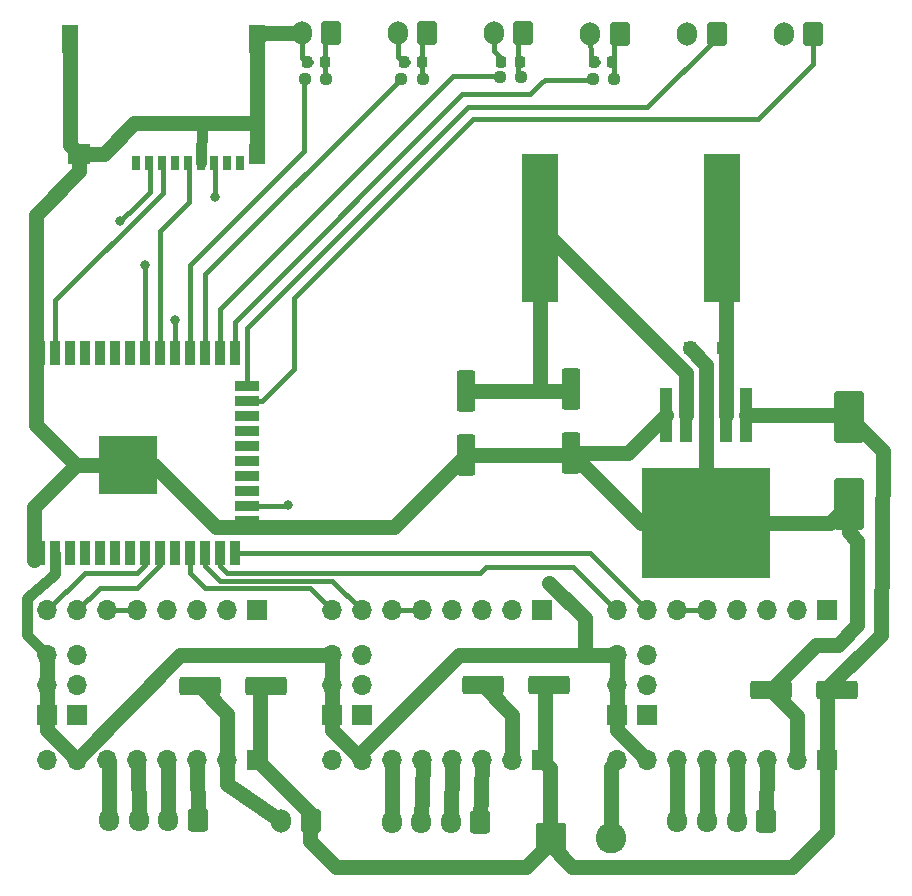
<source format=gbr>
%TF.GenerationSoftware,KiCad,Pcbnew,9.0.0*%
%TF.CreationDate,2025-04-21T14:47:56+01:00*%
%TF.ProjectId,ESP32_Cnc_Shield,45535033-325f-4436-9e63-5f536869656c,rev?*%
%TF.SameCoordinates,Original*%
%TF.FileFunction,Copper,L1,Top*%
%TF.FilePolarity,Positive*%
%FSLAX46Y46*%
G04 Gerber Fmt 4.6, Leading zero omitted, Abs format (unit mm)*
G04 Created by KiCad (PCBNEW 9.0.0) date 2025-04-21 14:47:56*
%MOMM*%
%LPD*%
G01*
G04 APERTURE LIST*
G04 Aperture macros list*
%AMRoundRect*
0 Rectangle with rounded corners*
0 $1 Rounding radius*
0 $2 $3 $4 $5 $6 $7 $8 $9 X,Y pos of 4 corners*
0 Add a 4 corners polygon primitive as box body*
4,1,4,$2,$3,$4,$5,$6,$7,$8,$9,$2,$3,0*
0 Add four circle primitives for the rounded corners*
1,1,$1+$1,$2,$3*
1,1,$1+$1,$4,$5*
1,1,$1+$1,$6,$7*
1,1,$1+$1,$8,$9*
0 Add four rect primitives between the rounded corners*
20,1,$1+$1,$2,$3,$4,$5,0*
20,1,$1+$1,$4,$5,$6,$7,0*
20,1,$1+$1,$6,$7,$8,$9,0*
20,1,$1+$1,$8,$9,$2,$3,0*%
G04 Aperture macros list end*
%TA.AperFunction,ComponentPad*%
%ADD10R,1.700000X1.700000*%
%TD*%
%TA.AperFunction,ComponentPad*%
%ADD11O,1.700000X1.700000*%
%TD*%
%TA.AperFunction,SMDPad,CuDef*%
%ADD12RoundRect,0.250000X1.500000X0.550000X-1.500000X0.550000X-1.500000X-0.550000X1.500000X-0.550000X0*%
%TD*%
%TA.AperFunction,SMDPad,CuDef*%
%ADD13RoundRect,0.250000X-0.550000X1.500000X-0.550000X-1.500000X0.550000X-1.500000X0.550000X1.500000X0*%
%TD*%
%TA.AperFunction,ComponentPad*%
%ADD14RoundRect,0.250000X0.600000X0.725000X-0.600000X0.725000X-0.600000X-0.725000X0.600000X-0.725000X0*%
%TD*%
%TA.AperFunction,ComponentPad*%
%ADD15O,1.700000X1.950000*%
%TD*%
%TA.AperFunction,ComponentPad*%
%ADD16RoundRect,0.250000X0.600000X0.750000X-0.600000X0.750000X-0.600000X-0.750000X0.600000X-0.750000X0*%
%TD*%
%TA.AperFunction,ComponentPad*%
%ADD17O,1.700000X2.000000*%
%TD*%
%TA.AperFunction,SMDPad,CuDef*%
%ADD18R,0.900000X2.000000*%
%TD*%
%TA.AperFunction,SMDPad,CuDef*%
%ADD19R,2.000000X0.900000*%
%TD*%
%TA.AperFunction,SMDPad,CuDef*%
%ADD20R,5.000000X5.000000*%
%TD*%
%TA.AperFunction,SMDPad,CuDef*%
%ADD21R,0.700000X1.300000*%
%TD*%
%TA.AperFunction,SMDPad,CuDef*%
%ADD22R,1.447800X1.651000*%
%TD*%
%TA.AperFunction,SMDPad,CuDef*%
%ADD23R,1.447800X2.438400*%
%TD*%
%TA.AperFunction,SMDPad,CuDef*%
%ADD24R,1.854200X1.651000*%
%TD*%
%TA.AperFunction,SMDPad,CuDef*%
%ADD25RoundRect,0.237500X-0.250000X-0.237500X0.250000X-0.237500X0.250000X0.237500X-0.250000X0.237500X0*%
%TD*%
%TA.AperFunction,SMDPad,CuDef*%
%ADD26R,1.100000X4.600000*%
%TD*%
%TA.AperFunction,SMDPad,CuDef*%
%ADD27R,10.800000X9.400000*%
%TD*%
%TA.AperFunction,ComponentPad*%
%ADD28RoundRect,0.250000X-1.050000X-1.050000X1.050000X-1.050000X1.050000X1.050000X-1.050000X1.050000X0*%
%TD*%
%TA.AperFunction,ComponentPad*%
%ADD29C,2.600000*%
%TD*%
%TA.AperFunction,SMDPad,CuDef*%
%ADD30RoundRect,0.250000X-1.000000X1.950000X-1.000000X-1.950000X1.000000X-1.950000X1.000000X1.950000X0*%
%TD*%
%TA.AperFunction,SMDPad,CuDef*%
%ADD31R,3.150000X12.500000*%
%TD*%
%TA.AperFunction,SMDPad,CuDef*%
%ADD32RoundRect,0.225000X0.225000X0.250000X-0.225000X0.250000X-0.225000X-0.250000X0.225000X-0.250000X0*%
%TD*%
%TA.AperFunction,SMDPad,CuDef*%
%ADD33R,1.100000X1.100000*%
%TD*%
%TA.AperFunction,ViaPad*%
%ADD34C,0.800000*%
%TD*%
%TA.AperFunction,Conductor*%
%ADD35C,1.270000*%
%TD*%
%TA.AperFunction,Conductor*%
%ADD36C,0.400000*%
%TD*%
%TA.AperFunction,Conductor*%
%ADD37C,0.900000*%
%TD*%
G04 APERTURE END LIST*
D10*
%TO.P,J11,1,Pin_1*%
%TO.N,Net-(J11-Pin_1)*%
X103505000Y-136510000D03*
D11*
%TO.P,J11,2,Pin_2*%
%TO.N,Net-(J11-Pin_2)*%
X103505000Y-133970000D03*
%TO.P,J11,3,Pin_3*%
%TO.N,Net-(J11-Pin_3)*%
X103505000Y-131430000D03*
%TD*%
D12*
%TO.P,C6,1*%
%TO.N,VMOT*%
X119600000Y-134370000D03*
%TO.P,C6,2*%
%TO.N,GND*%
X114000000Y-134370000D03*
%TD*%
D13*
%TO.P,C2,1*%
%TO.N,3.3V*%
X97050000Y-108890000D03*
%TO.P,C2,2*%
%TO.N,GND*%
X97050000Y-114290000D03*
%TD*%
D14*
%TO.P,J17,1,Pin_1*%
%TO.N,Net-(J15-Pin_3)*%
X89360000Y-145530000D03*
D15*
%TO.P,J17,2,Pin_2*%
%TO.N,Net-(J15-Pin_4)*%
X86860000Y-145530000D03*
%TO.P,J17,3,Pin_3*%
%TO.N,Net-(J15-Pin_5)*%
X84360000Y-145530000D03*
%TO.P,J17,4,Pin_4*%
%TO.N,Net-(J15-Pin_6)*%
X81860000Y-145530000D03*
%TD*%
D12*
%TO.P,C4,1*%
%TO.N,VMOT*%
X71200000Y-134020000D03*
%TO.P,C4,2*%
%TO.N,GND*%
X65600000Y-134020000D03*
%TD*%
D16*
%TO.P,J2,1,Pin_1*%
%TO.N,VMOT*%
X74990000Y-145490000D03*
D17*
%TO.P,J2,2,Pin_2*%
%TO.N,GND*%
X72490000Y-145490000D03*
%TD*%
D18*
%TO.P,U1,1,GND*%
%TO.N,GND*%
X52070000Y-122800000D03*
%TO.P,U1,2,VDD*%
%TO.N,3.3V*%
X53340000Y-122800000D03*
%TO.P,U1,3,EN*%
%TO.N,unconnected-(U1-EN-Pad3)*%
X54610000Y-122800000D03*
%TO.P,U1,4,SENSOR_VP*%
%TO.N,unconnected-(U1-SENSOR_VP-Pad4)*%
X55880000Y-122800000D03*
%TO.P,U1,5,SENSOR_VN*%
%TO.N,unconnected-(U1-SENSOR_VN-Pad5)*%
X57150000Y-122800000D03*
%TO.P,U1,6,IO34*%
%TO.N,unconnected-(U1-IO34-Pad6)*%
X58420000Y-122800000D03*
%TO.P,U1,7,IO35*%
%TO.N,unconnected-(U1-IO35-Pad7)*%
X59690000Y-122800000D03*
%TO.P,U1,8,IO32*%
%TO.N,XDIR*%
X60960000Y-122800000D03*
%TO.P,U1,9,IO33*%
%TO.N,XSTEP*%
X62230000Y-122800000D03*
%TO.P,U1,10,IO25*%
%TO.N,unconnected-(U1-IO25-Pad10)*%
X63500000Y-122800000D03*
%TO.P,U1,11,IO26*%
%TO.N,YDIR*%
X64770000Y-122800000D03*
%TO.P,U1,12,IO27*%
%TO.N,YSTEP*%
X66040000Y-122800000D03*
%TO.P,U1,13,IO14*%
%TO.N,ZDIR*%
X67310000Y-122800000D03*
%TO.P,U1,14,IO12*%
%TO.N,ZSTEP*%
X68580000Y-122800000D03*
D19*
%TO.P,U1,15,GND*%
%TO.N,GND*%
X69580000Y-120015000D03*
%TO.P,U1,16,IO13*%
%TO.N,Step_Enable*%
X69580000Y-118745000D03*
%TO.P,U1,17,SHD/SD2*%
%TO.N,unconnected-(U1-SHD{slash}SD2-Pad17)*%
X69580000Y-117475000D03*
%TO.P,U1,18,SWP/SD3*%
%TO.N,unconnected-(U1-SWP{slash}SD3-Pad18)*%
X69580000Y-116205000D03*
%TO.P,U1,19,SCS/CMD*%
%TO.N,unconnected-(U1-SCS{slash}CMD-Pad19)*%
X69580000Y-114935000D03*
%TO.P,U1,20,SCK/CLK*%
%TO.N,unconnected-(U1-SCK{slash}CLK-Pad20)*%
X69580000Y-113665000D03*
%TO.P,U1,21,SDO/SD0*%
%TO.N,unconnected-(U1-SDO{slash}SD0-Pad21)*%
X69580000Y-112395000D03*
%TO.P,U1,22,SDI/SD1*%
%TO.N,unconnected-(U1-SDI{slash}SD1-Pad22)*%
X69580000Y-111125000D03*
%TO.P,U1,23,IO15*%
%TO.N,MIST*%
X69580000Y-109855000D03*
%TO.P,U1,24,IO2*%
%TO.N,Spindle-Out*%
X69580000Y-108585000D03*
D18*
%TO.P,U1,25,IO0*%
%TO.N,ZLIM*%
X68580000Y-105800000D03*
%TO.P,U1,26,IO4*%
%TO.N,YLIM*%
X67310000Y-105800000D03*
%TO.P,U1,27,IO16*%
%TO.N,XLIM*%
X66040000Y-105800000D03*
%TO.P,U1,28,IO17*%
%TO.N,PROBE*%
X64770000Y-105800000D03*
%TO.P,U1,29,IO5*%
%TO.N,CS*%
X63500000Y-105800000D03*
%TO.P,U1,30,IO18*%
%TO.N,SCK*%
X62230000Y-105800000D03*
%TO.P,U1,31,IO19*%
%TO.N,MISO*%
X60960000Y-105800000D03*
%TO.P,U1,32,NC*%
%TO.N,unconnected-(U1-NC-Pad32)*%
X59690000Y-105800000D03*
%TO.P,U1,33,IO21*%
%TO.N,unconnected-(U1-IO21-Pad33)*%
X58420000Y-105800000D03*
%TO.P,U1,34,RXD0/IO3*%
%TO.N,unconnected-(U1-RXD0{slash}IO3-Pad34)*%
X57150000Y-105800000D03*
%TO.P,U1,35,TXD0/IO1*%
%TO.N,unconnected-(U1-TXD0{slash}IO1-Pad35)*%
X55880000Y-105800000D03*
%TO.P,U1,36,IO22*%
%TO.N,unconnected-(U1-IO22-Pad36)*%
X54610000Y-105800000D03*
%TO.P,U1,37,IO23*%
%TO.N,MOSI*%
X53340000Y-105800000D03*
%TO.P,U1,38,GND*%
%TO.N,GND*%
X52070000Y-105800000D03*
D20*
%TO.P,U1,39,GND*%
X59570000Y-115300000D03*
%TD*%
D21*
%TO.P,MICRO_SD1,1,DAT2*%
%TO.N,unconnected-(MICRO_SD1-DAT2-Pad1)*%
X60250200Y-89743800D03*
%TO.P,MICRO_SD1,2,CD/DAT3*%
%TO.N,CS*%
X61350200Y-89743800D03*
%TO.P,MICRO_SD1,3,CMD*%
%TO.N,MOSI*%
X62450200Y-89743800D03*
%TO.P,MICRO_SD1,4,VDD*%
%TO.N,+3V3*%
X63550200Y-89743800D03*
%TO.P,MICRO_SD1,5,CLK*%
%TO.N,SCK*%
X64650200Y-89743800D03*
%TO.P,MICRO_SD1,6,VSS*%
%TO.N,GND*%
X65750200Y-89743800D03*
%TO.P,MICRO_SD1,7,DAT0*%
%TO.N,MISO*%
X66850200Y-89743800D03*
%TO.P,MICRO_SD1,8,DAT1*%
%TO.N,unconnected-(MICRO_SD1-DAT1-Pad8)*%
X67950200Y-89743800D03*
%TO.P,MICRO_SD1,CD1,CD*%
%TO.N,unconnected-(MICRO_SD1-CD-PadCD1)*%
X69050200Y-89743800D03*
D22*
%TO.P,MICRO_SD1,MP1,SHIELD*%
%TO.N,GND*%
X70468600Y-88970000D03*
D23*
%TO.P,MICRO_SD1,MP2,SHIELD*%
X70468600Y-79270000D03*
%TO.P,MICRO_SD1,MP3,SHIELD*%
X54643800Y-79270000D03*
D24*
%TO.P,MICRO_SD1,MP4,SHIELD*%
X55418800Y-88970000D03*
%TD*%
D10*
%TO.P,J13,1,Pin_1*%
%TO.N,Step_Enable*%
X118745000Y-127620000D03*
D11*
%TO.P,J13,2,Pin_2*%
%TO.N,Net-(J11-Pin_1)*%
X116205000Y-127620000D03*
%TO.P,J13,3,Pin_3*%
%TO.N,Net-(J11-Pin_2)*%
X113665000Y-127620000D03*
%TO.P,J13,4,Pin_4*%
%TO.N,Net-(J11-Pin_3)*%
X111125000Y-127620000D03*
%TO.P,J13,5,Pin_5*%
%TO.N,Net-(J13-Pin_5)*%
X108585000Y-127620000D03*
%TO.P,J13,6,Pin_6*%
X106045000Y-127620000D03*
%TO.P,J13,7,Pin_7*%
%TO.N,ZSTEP*%
X103505000Y-127620000D03*
%TO.P,J13,8,Pin_8*%
%TO.N,ZDIR*%
X100965000Y-127620000D03*
%TD*%
D25*
%TO.P,R11,1*%
%TO.N,YLIM*%
X91000000Y-82480000D03*
%TO.P,R11,2*%
%TO.N,Net-(J19-Pin_1)*%
X92825000Y-82480000D03*
%TD*%
D10*
%TO.P,J10,1,Pin_1*%
%TO.N,3.3V*%
X100965000Y-136510000D03*
D11*
%TO.P,J10,2,Pin_2*%
X100965000Y-133970000D03*
%TO.P,J10,3,Pin_3*%
X100965000Y-131430000D03*
%TD*%
D10*
%TO.P,J4,1,Pin_1*%
%TO.N,Step_Enable*%
X70485000Y-127620000D03*
D11*
%TO.P,J4,2,Pin_2*%
%TO.N,Net-(J4-Pin_2)*%
X67945000Y-127620000D03*
%TO.P,J4,3,Pin_3*%
%TO.N,Net-(J4-Pin_3)*%
X65405000Y-127620000D03*
%TO.P,J4,4,Pin_4*%
%TO.N,Net-(J4-Pin_4)*%
X62865000Y-127620000D03*
%TO.P,J4,5,Pin_5*%
%TO.N,Net-(J4-Pin_5)*%
X60325000Y-127620000D03*
%TO.P,J4,6,Pin_6*%
X57785000Y-127620000D03*
%TO.P,J4,7,Pin_7*%
%TO.N,XSTEP*%
X55245000Y-127620000D03*
%TO.P,J4,8,Pin_8*%
%TO.N,XDIR*%
X52705000Y-127620000D03*
%TD*%
D14*
%TO.P,J16,1,Pin_1*%
%TO.N,Net-(J14-Pin_3)*%
X113560000Y-145450000D03*
D15*
%TO.P,J16,2,Pin_2*%
%TO.N,Net-(J14-Pin_4)*%
X111060000Y-145450000D03*
%TO.P,J16,3,Pin_3*%
%TO.N,Net-(J14-Pin_5)*%
X108560000Y-145450000D03*
%TO.P,J16,4,Pin_4*%
%TO.N,Net-(J14-Pin_6)*%
X106060000Y-145450000D03*
%TD*%
D26*
%TO.P,U2,1,VIN*%
%TO.N,VMOT*%
X111880000Y-111075000D03*
%TO.P,U2,2,OUT*%
%TO.N,Net-(D1-K)*%
X110180000Y-111075000D03*
%TO.P,U2,3,GND*%
%TO.N,GND*%
X108480000Y-111075000D03*
D27*
X108480000Y-120225000D03*
D26*
%TO.P,U2,4,FB*%
%TO.N,3.3V*%
X106780000Y-111075000D03*
%TO.P,U2,5,~{ON}/OFF*%
%TO.N,GND*%
X105080000Y-111075000D03*
%TD*%
D10*
%TO.P,J15,1,Pin_1*%
%TO.N,VMOT*%
X94615000Y-140320000D03*
D11*
%TO.P,J15,2,Pin_2*%
%TO.N,GND*%
X92075000Y-140320000D03*
%TO.P,J15,3,Pin_3*%
%TO.N,Net-(J15-Pin_3)*%
X89535000Y-140320000D03*
%TO.P,J15,4,Pin_4*%
%TO.N,Net-(J15-Pin_4)*%
X86995000Y-140320000D03*
%TO.P,J15,5,Pin_5*%
%TO.N,Net-(J15-Pin_5)*%
X84455000Y-140320000D03*
%TO.P,J15,6,Pin_6*%
%TO.N,Net-(J15-Pin_6)*%
X81915000Y-140320000D03*
%TO.P,J15,7,Pin_7*%
%TO.N,3.3V*%
X79375000Y-140320000D03*
%TO.P,J15,8,Pin_8*%
%TO.N,GND*%
X76835000Y-140320000D03*
%TD*%
D10*
%TO.P,J12,1,Pin_1*%
%TO.N,Step_Enable*%
X94615000Y-127620000D03*
D11*
%TO.P,J12,2,Pin_2*%
%TO.N,Net-(J12-Pin_2)*%
X92075000Y-127620000D03*
%TO.P,J12,3,Pin_3*%
%TO.N,Net-(J12-Pin_3)*%
X89535000Y-127620000D03*
%TO.P,J12,4,Pin_4*%
%TO.N,Net-(J12-Pin_4)*%
X86995000Y-127620000D03*
%TO.P,J12,5,Pin_5*%
%TO.N,Net-(J12-Pin_5)*%
X84455000Y-127620000D03*
%TO.P,J12,6,Pin_6*%
X81915000Y-127620000D03*
%TO.P,J12,7,Pin_7*%
%TO.N,YSTEP*%
X79375000Y-127620000D03*
%TO.P,J12,8,Pin_8*%
%TO.N,YDIR*%
X76835000Y-127620000D03*
%TD*%
D28*
%TO.P,J1,1,Pin_1*%
%TO.N,VMOT*%
X95315000Y-146912500D03*
D29*
%TO.P,J1,2,Pin_2*%
%TO.N,GND*%
X100395000Y-146912500D03*
%TD*%
D25*
%TO.P,R13,1*%
%TO.N,PROBE*%
X74487500Y-82620000D03*
%TO.P,R13,2*%
%TO.N,Net-(J21-Pin_1)*%
X76312500Y-82620000D03*
%TD*%
D16*
%TO.P,J21,1,Pin_1*%
%TO.N,Net-(J21-Pin_1)*%
X76750000Y-78750000D03*
D17*
%TO.P,J21,2,Pin_2*%
%TO.N,GND*%
X74250000Y-78750000D03*
%TD*%
D12*
%TO.P,C5,1*%
%TO.N,VMOT*%
X95210000Y-133980000D03*
%TO.P,C5,2*%
%TO.N,GND*%
X89610000Y-133980000D03*
%TD*%
D30*
%TO.P,C1,1*%
%TO.N,VMOT*%
X120545000Y-111245000D03*
%TO.P,C1,2*%
%TO.N,GND*%
X120545000Y-118645000D03*
%TD*%
D14*
%TO.P,J6,1,Pin_1*%
%TO.N,Net-(J5-Pin_3)*%
X65450000Y-145410000D03*
D15*
%TO.P,J6,2,Pin_2*%
%TO.N,Net-(J5-Pin_4)*%
X62950000Y-145410000D03*
%TO.P,J6,3,Pin_3*%
%TO.N,Net-(J5-Pin_5)*%
X60450000Y-145410000D03*
%TO.P,J6,4,Pin_4*%
%TO.N,Net-(J5-Pin_6)*%
X57950000Y-145410000D03*
%TD*%
D16*
%TO.P,J20,1,Pin_1*%
%TO.N,Net-(J20-Pin_1)*%
X101175000Y-78800000D03*
D17*
%TO.P,J20,2,Pin_2*%
%TO.N,GND*%
X98675000Y-78800000D03*
%TD*%
D31*
%TO.P,L1,1,1*%
%TO.N,Net-(D1-K)*%
X109805000Y-95260000D03*
%TO.P,L1,2,2*%
%TO.N,3.3V*%
X94455000Y-95260000D03*
%TD*%
D10*
%TO.P,J3,1,Pin_1*%
%TO.N,3.3V*%
X52705000Y-136510000D03*
D11*
%TO.P,J3,2,Pin_2*%
X52705000Y-133970000D03*
%TO.P,J3,3,Pin_3*%
X52705000Y-131430000D03*
%TD*%
D16*
%TO.P,J24,1,Pin_1*%
%TO.N,Spindle-Out*%
X109380000Y-78790000D03*
D17*
%TO.P,J24,2,Pin_2*%
%TO.N,GND*%
X106880000Y-78790000D03*
%TD*%
D32*
%TO.P,C7,1*%
%TO.N,Net-(J18-Pin_1)*%
X84462500Y-81210000D03*
%TO.P,C7,2*%
%TO.N,GND*%
X82912500Y-81210000D03*
%TD*%
D13*
%TO.P,C3,1*%
%TO.N,3.3V*%
X88160000Y-109070000D03*
%TO.P,C3,2*%
%TO.N,GND*%
X88160000Y-114470000D03*
%TD*%
D10*
%TO.P,J9,1,Pin_1*%
%TO.N,Net-(J12-Pin_2)*%
X79375000Y-136510000D03*
D11*
%TO.P,J9,2,Pin_2*%
%TO.N,Net-(J12-Pin_3)*%
X79375000Y-133970000D03*
%TO.P,J9,3,Pin_3*%
%TO.N,Net-(J12-Pin_4)*%
X79375000Y-131430000D03*
%TD*%
D32*
%TO.P,C9,1*%
%TO.N,Net-(J20-Pin_1)*%
X100552500Y-81230000D03*
%TO.P,C9,2*%
%TO.N,GND*%
X99002500Y-81230000D03*
%TD*%
%TO.P,C10,1*%
%TO.N,Net-(J21-Pin_1)*%
X76207500Y-81200000D03*
%TO.P,C10,2*%
%TO.N,GND*%
X74657500Y-81200000D03*
%TD*%
D16*
%TO.P,J18,1,Pin_1*%
%TO.N,Net-(J18-Pin_1)*%
X84877500Y-78760000D03*
D17*
%TO.P,J18,2,Pin_2*%
%TO.N,GND*%
X82377500Y-78760000D03*
%TD*%
D25*
%TO.P,R10,1*%
%TO.N,XLIM*%
X82667500Y-82650000D03*
%TO.P,R10,2*%
%TO.N,Net-(J18-Pin_1)*%
X84492500Y-82650000D03*
%TD*%
D32*
%TO.P,C8,1*%
%TO.N,Net-(J19-Pin_1)*%
X92705000Y-81170000D03*
%TO.P,C8,2*%
%TO.N,GND*%
X91155000Y-81170000D03*
%TD*%
D10*
%TO.P,J5,1,Pin_1*%
%TO.N,VMOT*%
X70485000Y-140320000D03*
D11*
%TO.P,J5,2,Pin_2*%
%TO.N,GND*%
X67945000Y-140320000D03*
%TO.P,J5,3,Pin_3*%
%TO.N,Net-(J5-Pin_3)*%
X65405000Y-140320000D03*
%TO.P,J5,4,Pin_4*%
%TO.N,Net-(J5-Pin_4)*%
X62865000Y-140320000D03*
%TO.P,J5,5,Pin_5*%
%TO.N,Net-(J5-Pin_5)*%
X60325000Y-140320000D03*
%TO.P,J5,6,Pin_6*%
%TO.N,Net-(J5-Pin_6)*%
X57785000Y-140320000D03*
%TO.P,J5,7,Pin_7*%
%TO.N,3.3V*%
X55245000Y-140320000D03*
%TO.P,J5,8,Pin_8*%
%TO.N,GND*%
X52705000Y-140320000D03*
%TD*%
D33*
%TO.P,D1,1,K*%
%TO.N,Net-(D1-K)*%
X109880000Y-105420000D03*
%TO.P,D1,2,A*%
%TO.N,GND*%
X107080000Y-105420000D03*
%TD*%
D10*
%TO.P,J14,1,Pin_1*%
%TO.N,VMOT*%
X118745000Y-140320000D03*
D11*
%TO.P,J14,2,Pin_2*%
%TO.N,GND*%
X116205000Y-140320000D03*
%TO.P,J14,3,Pin_3*%
%TO.N,Net-(J14-Pin_3)*%
X113665000Y-140320000D03*
%TO.P,J14,4,Pin_4*%
%TO.N,Net-(J14-Pin_4)*%
X111125000Y-140320000D03*
%TO.P,J14,5,Pin_5*%
%TO.N,Net-(J14-Pin_5)*%
X108585000Y-140320000D03*
%TO.P,J14,6,Pin_6*%
%TO.N,Net-(J14-Pin_6)*%
X106045000Y-140320000D03*
%TO.P,J14,7,Pin_7*%
%TO.N,3.3V*%
X103505000Y-140320000D03*
%TO.P,J14,8,Pin_8*%
%TO.N,GND*%
X100965000Y-140320000D03*
%TD*%
D10*
%TO.P,J8,1,Pin_1*%
%TO.N,3.3V*%
X76835000Y-136510000D03*
D11*
%TO.P,J8,2,Pin_2*%
X76835000Y-133970000D03*
%TO.P,J8,3,Pin_3*%
X76835000Y-131430000D03*
%TD*%
D25*
%TO.P,R12,1*%
%TO.N,ZLIM*%
X98877500Y-82610000D03*
%TO.P,R12,2*%
%TO.N,Net-(J20-Pin_1)*%
X100702500Y-82610000D03*
%TD*%
D16*
%TO.P,J25,1,Pin_1*%
%TO.N,MIST*%
X117550000Y-78810000D03*
D17*
%TO.P,J25,2,Pin_2*%
%TO.N,GND*%
X115050000Y-78810000D03*
%TD*%
D16*
%TO.P,J19,1,Pin_1*%
%TO.N,Net-(J19-Pin_1)*%
X93002500Y-78770000D03*
D17*
%TO.P,J19,2,Pin_2*%
%TO.N,GND*%
X90502500Y-78770000D03*
%TD*%
D10*
%TO.P,J7,1,Pin_1*%
%TO.N,Net-(J4-Pin_2)*%
X55245000Y-136510000D03*
D11*
%TO.P,J7,2,Pin_2*%
%TO.N,Net-(J4-Pin_3)*%
X55245000Y-133970000D03*
%TO.P,J7,3,Pin_3*%
%TO.N,Net-(J4-Pin_4)*%
X55245000Y-131430000D03*
%TD*%
D34*
%TO.N,3.3V*%
X94498444Y-108721556D03*
X95220000Y-125280000D03*
%TO.N,Step_Enable*%
X73120000Y-118720000D03*
%TO.N,CS*%
X58830000Y-94690000D03*
X63480000Y-103060000D03*
%TO.N,MISO*%
X60960000Y-98420000D03*
X66870200Y-92602956D03*
%TD*%
D35*
%TO.N,VMOT*%
X74940000Y-146840000D02*
X74940000Y-147130000D01*
X93206000Y-149364000D02*
X95250000Y-147320000D01*
X70745000Y-140060000D02*
X70485000Y-140320000D01*
X95315000Y-147475000D02*
X97170000Y-149330000D01*
X95315000Y-146912500D02*
X95315000Y-147475000D01*
X97170000Y-149330000D02*
X115780000Y-149330000D01*
X120375000Y-111075000D02*
X120545000Y-111245000D01*
X77174000Y-149364000D02*
X93206000Y-149364000D01*
X95250000Y-140955000D02*
X94615000Y-140320000D01*
X123450000Y-114150000D02*
X120545000Y-111245000D01*
X111880000Y-111075000D02*
X120375000Y-111075000D01*
X115780000Y-149330000D02*
X118745000Y-146365000D01*
X123290000Y-129685000D02*
X123450000Y-114150000D01*
X118745000Y-146365000D02*
X118745000Y-140320000D01*
X118745000Y-134230000D02*
X123290000Y-129685000D01*
X74940000Y-146840000D02*
X74940000Y-144775000D01*
X74940000Y-144775000D02*
X70485000Y-140320000D01*
X94875000Y-133970000D02*
X94875000Y-140060000D01*
X74940000Y-147130000D02*
X77174000Y-149364000D01*
X94875000Y-140060000D02*
X94615000Y-140320000D01*
X95250000Y-147320000D02*
X95250000Y-140955000D01*
X70745000Y-133970000D02*
X70745000Y-140060000D01*
X118745000Y-140320000D02*
X118745000Y-134230000D01*
%TO.N,GND*%
X100395000Y-140890000D02*
X100965000Y-140320000D01*
X67000000Y-120560000D02*
X82070000Y-120560000D01*
X88160000Y-114470000D02*
X96870000Y-114470000D01*
X51560000Y-118870000D02*
X51560000Y-123370000D01*
X92075000Y-140320000D02*
X92075000Y-136445000D01*
D36*
X74300000Y-80850000D02*
X74670000Y-81200000D01*
D35*
X55130000Y-115300000D02*
X51560000Y-118870000D01*
X55130000Y-115300000D02*
X51730000Y-111900000D01*
X51730000Y-111900000D02*
X51730000Y-94108800D01*
D36*
X90512500Y-80250000D02*
X91307500Y-81060000D01*
D35*
X67945000Y-136365000D02*
X65600000Y-134020000D01*
X92075000Y-136445000D02*
X89610000Y-133980000D01*
D36*
X74670000Y-81200000D02*
X75025000Y-81200000D01*
D35*
X55418800Y-88970000D02*
X57470000Y-88970000D01*
X70488600Y-79290000D02*
X70468600Y-79270000D01*
D37*
X65780000Y-86380000D02*
X65750200Y-89743800D01*
D35*
X70488600Y-86380000D02*
X70488600Y-79290000D01*
X108480000Y-111075000D02*
X108480000Y-120225000D01*
X61740000Y-115300000D02*
X67000000Y-120560000D01*
X108480000Y-106820000D02*
X107080000Y-105420000D01*
D36*
X82377500Y-78760000D02*
X82427500Y-80810000D01*
D35*
X108480000Y-120225000D02*
X118965000Y-120225000D01*
X117780000Y-130590000D02*
X119610000Y-130590000D01*
D36*
X90502500Y-78770000D02*
X90512500Y-80250000D01*
D35*
X102985000Y-120225000D02*
X108480000Y-120225000D01*
X121300000Y-121720000D02*
X120545000Y-120965000D01*
X70468600Y-88970000D02*
X70488600Y-88950000D01*
X67945000Y-142345000D02*
X72490000Y-145490000D01*
X74250000Y-78750000D02*
X70988600Y-78750000D01*
X100395000Y-146912500D02*
X100395000Y-140890000D01*
X101865000Y-114290000D02*
X105080000Y-111075000D01*
X108480000Y-111075000D02*
X108480000Y-106820000D01*
X82070000Y-120560000D02*
X88160000Y-114470000D01*
X96870000Y-114470000D02*
X97050000Y-114290000D01*
X121300000Y-128900000D02*
X121300000Y-121720000D01*
X60060000Y-86380000D02*
X65780000Y-86380000D01*
X51730000Y-94108800D02*
X55418800Y-90420000D01*
X97050000Y-114290000D02*
X101865000Y-114290000D01*
X57470000Y-88970000D02*
X60060000Y-86380000D01*
D36*
X98715000Y-81030000D02*
X98955000Y-81230000D01*
X74250000Y-78750000D02*
X74300000Y-80850000D01*
D35*
X116205000Y-136575000D02*
X114000000Y-134370000D01*
X118965000Y-120225000D02*
X120545000Y-118645000D01*
X59570000Y-115300000D02*
X61740000Y-115300000D01*
X70988600Y-78750000D02*
X70468600Y-79270000D01*
X114000000Y-134370000D02*
X117780000Y-130590000D01*
X54643800Y-79270000D02*
X54643800Y-88195000D01*
D36*
X82427500Y-80810000D02*
X82797500Y-81210000D01*
D35*
X59570000Y-115300000D02*
X55130000Y-115300000D01*
D36*
X82797500Y-81210000D02*
X83280000Y-81210000D01*
D35*
X67945000Y-140320000D02*
X67945000Y-136365000D01*
X70488600Y-88950000D02*
X70488600Y-86380000D01*
X55418800Y-90420000D02*
X55418800Y-88970000D01*
X67945000Y-140320000D02*
X67945000Y-142345000D01*
D36*
X98675000Y-78800000D02*
X98715000Y-81030000D01*
X73970000Y-78890000D02*
X74420000Y-78440000D01*
D35*
X116205000Y-140320000D02*
X116205000Y-136575000D01*
X65780000Y-86380000D02*
X70488600Y-86380000D01*
X54643800Y-88195000D02*
X55418800Y-88970000D01*
X97050000Y-114290000D02*
X102985000Y-120225000D01*
D36*
X98955000Y-81230000D02*
X99370000Y-81230000D01*
D35*
X119610000Y-130590000D02*
X121300000Y-128900000D01*
X120545000Y-120965000D02*
X120545000Y-118645000D01*
%TO.N,3.3V*%
X98250000Y-131430000D02*
X87570000Y-131430000D01*
X100965000Y-137780000D02*
X103505000Y-140320000D01*
D37*
X51000000Y-129725000D02*
X52705000Y-131430000D01*
D35*
X87570000Y-131430000D02*
X79375000Y-139625000D01*
X94710000Y-109070000D02*
X96870000Y-109070000D01*
X79375000Y-139625000D02*
X79375000Y-140320000D01*
X100965000Y-136510000D02*
X100965000Y-137780000D01*
X94375000Y-92290000D02*
X94295000Y-92290000D01*
X76835000Y-131430000D02*
X63977950Y-131430000D01*
D37*
X50990000Y-126560000D02*
X51000000Y-129725000D01*
X53330000Y-124520000D02*
X50990000Y-126560000D01*
D35*
X76835000Y-131430000D02*
X76835000Y-136510000D01*
X76835000Y-136510000D02*
X76835000Y-137780000D01*
X98250000Y-128310000D02*
X95220000Y-125280000D01*
X52705000Y-137780000D02*
X55245000Y-140320000D01*
X98250000Y-131430000D02*
X98250000Y-128310000D01*
D37*
X53340000Y-122800000D02*
X53330000Y-124520000D01*
D35*
X52705000Y-136510000D02*
X52705000Y-137780000D01*
X94498444Y-108721556D02*
X94455000Y-108650000D01*
X63977950Y-131430000D02*
X55245000Y-140320000D01*
X88160000Y-109070000D02*
X94710000Y-109070000D01*
X106780000Y-111075000D02*
X106780000Y-107505000D01*
X52705000Y-131430000D02*
X52705000Y-136510000D01*
X100965000Y-131430000D02*
X100965000Y-136510000D01*
X94455000Y-108650000D02*
X94455000Y-95260000D01*
X94710000Y-109070000D02*
X94498444Y-108721556D01*
X100965000Y-131430000D02*
X98250000Y-131430000D01*
X76835000Y-137780000D02*
X79375000Y-140320000D01*
X96870000Y-109070000D02*
X97050000Y-108890000D01*
X106780000Y-107505000D02*
X94535000Y-95260000D01*
D36*
%TO.N,Step_Enable*%
X69580000Y-118745000D02*
X73095000Y-118745000D01*
X73095000Y-118745000D02*
X73120000Y-118720000D01*
D35*
%TO.N,Net-(D1-K)*%
X110180000Y-111075000D02*
X110180000Y-95635000D01*
X110020000Y-92665000D02*
X109645000Y-92290000D01*
D36*
%TO.N,Net-(J4-Pin_5)*%
X57785000Y-127620000D02*
X60325000Y-127620000D01*
%TO.N,XDIR*%
X55865000Y-124460000D02*
X60280000Y-124460000D01*
X52705000Y-127620000D02*
X55865000Y-124460000D01*
X60960000Y-123780000D02*
X60960000Y-122800000D01*
X60280000Y-124460000D02*
X60960000Y-123780000D01*
D35*
%TO.N,Net-(J5-Pin_3)*%
X65450000Y-145410000D02*
X65405000Y-140320000D01*
%TO.N,Net-(J5-Pin_6)*%
X57905000Y-140440000D02*
X57785000Y-140320000D01*
X57950000Y-145410000D02*
X57905000Y-140440000D01*
%TO.N,Net-(J5-Pin_5)*%
X60450000Y-145410000D02*
X60405000Y-140400000D01*
X60405000Y-140400000D02*
X60325000Y-140320000D01*
%TO.N,Net-(J5-Pin_4)*%
X62905000Y-140360000D02*
X62865000Y-140320000D01*
X62950000Y-145410000D02*
X62905000Y-140360000D01*
D36*
%TO.N,YDIR*%
X64770000Y-124460000D02*
X64770000Y-122800000D01*
X76835000Y-127620000D02*
X74945000Y-125730000D01*
X74945000Y-125730000D02*
X66040000Y-125730000D01*
X66040000Y-125730000D02*
X64770000Y-124460000D01*
%TO.N,YSTEP*%
X67310000Y-125095000D02*
X66040000Y-123825000D01*
X66040000Y-123825000D02*
X66040000Y-122800000D01*
X79375000Y-127620000D02*
X76850000Y-125095000D01*
X76850000Y-125095000D02*
X67310000Y-125095000D01*
%TO.N,ZDIR*%
X89360000Y-124460000D02*
X89860000Y-123960000D01*
X89860000Y-123960000D02*
X97180000Y-123960000D01*
X67310000Y-122800000D02*
X67310000Y-123825000D01*
X67945000Y-124460000D02*
X89360000Y-124460000D01*
X100965000Y-127620000D02*
X100840000Y-127620000D01*
X67310000Y-123825000D02*
X67945000Y-124460000D01*
X100840000Y-127620000D02*
X97180000Y-123960000D01*
%TO.N,ZSTEP*%
X103505000Y-127620000D02*
X98685000Y-122800000D01*
X98685000Y-122800000D02*
X68580000Y-122800000D01*
%TO.N,Net-(J12-Pin_5)*%
X81915000Y-127620000D02*
X84455000Y-127620000D01*
%TO.N,Net-(J13-Pin_5)*%
X108585000Y-127620000D02*
X106045000Y-127620000D01*
D35*
%TO.N,Net-(J14-Pin_3)*%
X113665000Y-140320000D02*
X113560000Y-145450000D01*
%TO.N,Net-(J14-Pin_6)*%
X106045000Y-140320000D02*
X106060000Y-145450000D01*
%TO.N,Net-(J14-Pin_4)*%
X111125000Y-140320000D02*
X111060000Y-145450000D01*
D36*
%TO.N,ZLIM*%
X87810000Y-83940000D02*
X93580000Y-83940000D01*
X98820000Y-82700000D02*
X94820000Y-82700000D01*
X93580000Y-83940000D02*
X94545000Y-82975000D01*
X94820000Y-82700000D02*
X94545000Y-82975000D01*
X68580000Y-105800000D02*
X68580000Y-103170000D01*
X68580000Y-103170000D02*
X87810000Y-83940000D01*
%TO.N,Spindle-Out*%
X88340000Y-84990000D02*
X69580000Y-103750000D01*
X69580000Y-103750000D02*
X69580000Y-108585000D01*
X103520000Y-85030000D02*
X88340000Y-84990000D01*
X109760000Y-78790000D02*
X103520000Y-85030000D01*
D35*
%TO.N,Net-(J14-Pin_5)*%
X108585000Y-140320000D02*
X108560000Y-145450000D01*
D36*
%TO.N,YLIM*%
X67310000Y-105800000D02*
X67310000Y-102090000D01*
X87542500Y-82380000D02*
X87020000Y-82380000D01*
X87542500Y-82380000D02*
X90757500Y-82400000D01*
X67310000Y-102090000D02*
X87020000Y-82380000D01*
%TO.N,XLIM*%
X66040000Y-105800000D02*
X66040000Y-99140000D01*
X82160000Y-83150000D02*
X82642500Y-82750000D01*
X66040000Y-99140000D02*
X82160000Y-83150000D01*
%TO.N,PROBE*%
X74455000Y-82820000D02*
X74425000Y-88695000D01*
X64770000Y-98350000D02*
X64770000Y-105800000D01*
X74425000Y-88695000D02*
X64770000Y-98350000D01*
%TO.N,CS*%
X63500000Y-103080000D02*
X63480000Y-103060000D01*
X63500000Y-105800000D02*
X63500000Y-103080000D01*
X61370200Y-89763800D02*
X61350200Y-89743800D01*
X61370200Y-92223800D02*
X61370200Y-89763800D01*
X58830000Y-94690000D02*
X60304000Y-93290000D01*
X60304000Y-93290000D02*
X61370200Y-92223800D01*
%TO.N,SCK*%
X64650200Y-89743800D02*
X64670200Y-89763800D01*
X62240000Y-95480000D02*
X62230000Y-105800000D01*
X64670200Y-89763800D02*
X64670200Y-93049800D01*
X64670200Y-93049800D02*
X62240000Y-95480000D01*
%TO.N,MISO*%
X66870200Y-89763800D02*
X66850200Y-89743800D01*
X60960000Y-105800000D02*
X60960000Y-98420000D01*
X66870200Y-92602956D02*
X66870200Y-89763800D01*
D35*
%TO.N,Net-(J15-Pin_3)*%
X89360000Y-145530000D02*
X89475000Y-140380000D01*
X89475000Y-140380000D02*
X89535000Y-140320000D01*
D36*
%TO.N,MIST*%
X117550000Y-81340000D02*
X112880000Y-86010000D01*
X88770000Y-86010000D02*
X73630000Y-101150000D01*
X117550000Y-78810000D02*
X117550000Y-81340000D01*
X70925000Y-109855000D02*
X69580000Y-109855000D01*
X73630000Y-107150000D02*
X70925000Y-109855000D01*
X112880000Y-86010000D02*
X88770000Y-86010000D01*
X73630000Y-101150000D02*
X73630000Y-107150000D01*
D35*
%TO.N,Net-(J15-Pin_4)*%
X86995000Y-140320000D02*
X86860000Y-145530000D01*
%TO.N,Net-(J15-Pin_6)*%
X81915000Y-140320000D02*
X81860000Y-145530000D01*
%TO.N,Net-(J15-Pin_5)*%
X84475000Y-140340000D02*
X84455000Y-140320000D01*
X84360000Y-145530000D02*
X84475000Y-140340000D01*
D36*
%TO.N,MOSI*%
X62470200Y-92249800D02*
X53340000Y-101380000D01*
X62450200Y-89743800D02*
X62470200Y-89763800D01*
X62470200Y-89763800D02*
X62470200Y-92249800D01*
X53340000Y-101380000D02*
X53340000Y-105800000D01*
%TO.N,XSTEP*%
X55245000Y-127620000D02*
X57135000Y-125730000D01*
X57135000Y-125730000D02*
X60280000Y-125730000D01*
X62230000Y-123780000D02*
X62230000Y-122800000D01*
X60280000Y-125730000D02*
X62230000Y-123780000D01*
%TO.N,Net-(J18-Pin_1)*%
X84467500Y-82270000D02*
X84467500Y-79170000D01*
X84467500Y-79170000D02*
X84877500Y-78760000D01*
%TO.N,Net-(J19-Pin_1)*%
X92582500Y-79190000D02*
X93002500Y-78770000D01*
X92582500Y-82400000D02*
X92582500Y-79190000D01*
%TO.N,Net-(J20-Pin_1)*%
X100655000Y-79320000D02*
X101175000Y-78800000D01*
X100655000Y-82330000D02*
X100655000Y-79320000D01*
%TO.N,Net-(J21-Pin_1)*%
X76250000Y-79250000D02*
X76750000Y-78750000D01*
X76250000Y-82210000D02*
X76250000Y-79250000D01*
%TD*%
M02*

</source>
